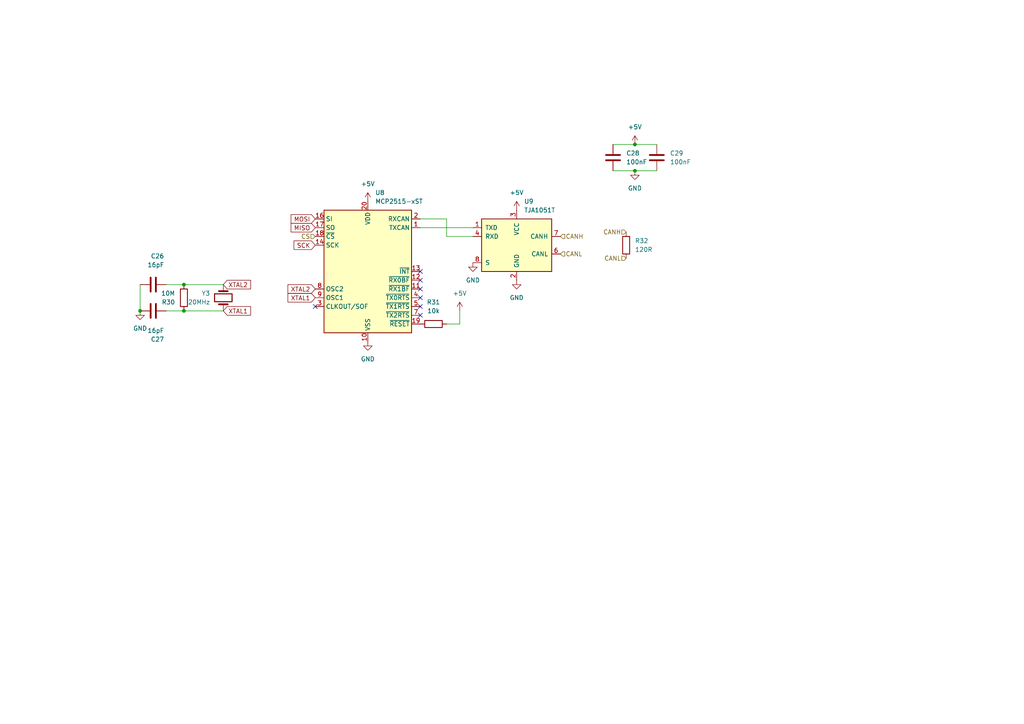
<source format=kicad_sch>
(kicad_sch (version 20250114) (generator "eeschema") (generator_version "9.0")
  (paper "A4")
  (lib_symbols
    (symbol "Device:C" (pin_numbers (hide yes)) (pin_names (offset 0.254))
      (property "Reference" "C" (at 0.635 2.54 0))
      (property "Value" "C" (at 0.635 -2.54 0))
      (symbol "C_0_1"
        (polyline (pts (xy -2.032 0.762) (xy 2.032 0.762)) (stroke (width 0.508)))
        (polyline (pts (xy -2.032 -0.762) (xy 2.032 -0.762)) (stroke (width 0.508)))
      )
      (symbol "C_1_1"
        (pin passive line (at 0 3.81 270) (length 2.794) (name "~") (number "1"))
        (pin passive line (at 0 -3.81 90) (length 2.794) (name "~") (number "2"))
      )
    )
    (symbol "Device:Crystal" (pin_numbers (hide yes)) (pin_names (offset 1.016) (hide yes))
      (property "Reference" "Y" (at 0 3.81 0))
      (property "Value" "Crystal" (at 0 -3.81 0))
      (symbol "Crystal_0_1"
        (polyline (pts (xy -2.54 0) (xy -1.905 0)))
        (polyline (pts (xy -1.905 -1.27) (xy -1.905 1.27)) (stroke (width 0.508)))
        (rectangle (start -1.143 2.54) (end 1.143 -2.54) (stroke (width 0.3048)))
        (polyline (pts (xy 1.905 -1.27) (xy 1.905 1.27)) (stroke (width 0.508)))
        (polyline (pts (xy 2.54 0) (xy 1.905 0)))
      )
      (symbol "Crystal_1_1"
        (pin passive line (at -3.81 0 0) (length 1.27) (name "1") (number "1"))
        (pin passive line (at 3.81 0 180) (length 1.27) (name "2") (number "2"))
      )
    )
    (symbol "Device:R" (pin_numbers (hide yes)) (pin_names (offset 0))
      (property "Reference" "R" (at 2.032 0 90))
      (property "Value" "R" (at 0 0 90))
      (symbol "R_0_1"
        (rectangle (start -1.016 -2.54) (end 1.016 2.54) (stroke (width 0.254)))
      )
      (symbol "R_1_1"
        (pin passive line (at 0 3.81 270) (length 1.27) (name "~") (number "1"))
        (pin passive line (at 0 -3.81 90) (length 1.27) (name "~") (number "2"))
      )
    )
    (symbol "Interface_CAN_LIN:MCP2515-xST"
      (property "Reference" "U" (at -10.16 19.685 0))
      (property "Value" "MCP2515-xST" (at 19.05 20.32 0))
      (symbol "MCP2515-xST_0_1"
        (rectangle (start -12.7 17.78) (end 12.7 -17.78) (stroke (width 0.254)) (fill (type background)))
      )
      (symbol "MCP2515-xST_1_1"
        (pin input line (at -15.24 15.24 0) (length 2.54) (name "SI") (number "16"))
        (pin output line (at -15.24 12.7 0) (length 2.54) (name "SO") (number "17"))
        (pin input line (at -15.24 10.16 0) (length 2.54) (name "~{CS}") (number "18"))
        (pin input line (at -15.24 7.62 0) (length 2.54) (name "SCK") (number "14"))
        (pin output line (at -15.24 -5.08 0) (length 2.54) (name "OSC2") (number "8"))
        (pin input line (at -15.24 -7.62 0) (length 2.54) (name "OSC1") (number "9"))
        (pin output line (at -15.24 -10.16 0) (length 2.54) (name "CLKOUT/SOF") (number "3"))
        (pin no_connect line (at -12.7 0 0) (length 2.54) (hide yes) (name "NC") (number "6"))
        (pin no_connect line (at -12.7 -2.54 0) (length 2.54) (hide yes) (name "NC") (number "15"))
        (pin power_in line (at 0 20.32 270) (length 2.54) (name "VDD") (number "20"))
        (pin power_in line (at 0 -20.32 90) (length 2.54) (name "VSS") (number "10"))
        (pin input line (at 15.24 15.24 180) (length 2.54) (name "RXCAN") (number "2"))
        (pin output line (at 15.24 12.7 180) (length 2.54) (name "TXCAN") (number "1"))
        (pin output line (at 15.24 0 180) (length 2.54) (name "~{INT}") (number "13"))
        (pin output line (at 15.24 -2.54 180) (length 2.54) (name "~{RX0BF}") (number "12"))
        (pin output line (at 15.24 -5.08 180) (length 2.54) (name "~{RX1BF}") (number "11"))
        (pin input line (at 15.24 -7.62 180) (length 2.54) (name "~{TX0RTS}") (number "4"))
        (pin input line (at 15.24 -10.16 180) (length 2.54) (name "~{TX1RTS}") (number "5"))
        (pin input line (at 15.24 -12.7 180) (length 2.54) (name "~{TX2RTS}") (number "7"))
        (pin input line (at 15.24 -15.24 180) (length 2.54) (name "~{RESET}") (number "19"))
      )
    )
    (symbol "Interface_CAN_LIN:TJA1051T" (pin_names (offset 1.016))
      (property "Reference" "U" (at -10.16 8.89 0))
      (property "Value" "TJA1051T" (at 1.27 8.89 0))
      (symbol "TJA1051T_0_1"
        (rectangle (start -10.16 7.62) (end 10.16 -7.62) (stroke (width 0.254)) (fill (type background)))
      )
      (symbol "TJA1051T_1_1"
        (pin input line (at -12.7 5.08 0) (length 2.54) (name "TXD") (number "1"))
        (pin output line (at -12.7 2.54 0) (length 2.54) (name "RXD") (number "4"))
        (pin input line (at -12.7 -5.08 0) (length 2.54) (name "S") (number "8"))
        (pin no_connect line (at -10.16 -2.54 0) (length 2.54) (hide yes) (name "NC") (number "5"))
        (pin power_in line (at 0 10.16 270) (length 2.54) (name "VCC") (number "3"))
        (pin power_in line (at 0 -10.16 90) (length 2.54) (name "GND") (number "2"))
        (pin bidirectional line (at 12.7 2.54 180) (length 2.54) (name "CANH") (number "7"))
        (pin bidirectional line (at 12.7 -2.54 180) (length 2.54) (name "CANL") (number "6"))
      )
    )
    (symbol "power:+5V" (power) (pin_numbers (hide yes)) (pin_names (offset 0) (hide yes))
      (property "Value" "+5V" (at 0 3.556 0))
      (symbol "+5V_0_1"
        (polyline (pts (xy -0.762 1.27) (xy 0 2.54)))
        (polyline (pts (xy 0 2.54) (xy 0.762 1.27)))
        (polyline (pts (xy 0 0) (xy 0 2.54)))
      )
      (symbol "+5V_1_1"
        (pin power_in line (at 0 0 90) (length 0) (name "~") (number "1"))
      )
    )
    (symbol "power:GND" (power) (pin_numbers (hide yes)) (pin_names (offset 0) (hide yes))
      (property "Value" "GND" (at 0 -3.81 0))
      (symbol "GND_0_1"
        (polyline (pts (xy 0 0) (xy 0 -1.27) (xy 1.27 -1.27) (xy 0 -2.54) (xy -1.27 -1.27) (xy 0 -1.27)))
      )
      (symbol "GND_1_1"
        (pin power_in line (at 0 0 270) (length 0) (name "~") (number "1"))
      )
    )
  )
  (junction (at 53.34 90.17))
  (junction (at 184.15 41.91))
  (junction (at 40.64 90.17))
  (junction (at 53.34 82.55))
  (junction (at 184.15 49.53))
  (no_connect (at 121.92 86.36))
  (no_connect (at 91.44 88.9))
  (no_connect (at 121.92 91.44))
  (no_connect (at 121.92 81.28))
  (no_connect (at 121.92 88.9))
  (no_connect (at 121.92 78.74))
  (no_connect (at 121.92 83.82))
  (wire (pts (xy 184.15 41.91) (xy 190.5 41.91)))
  (wire (pts (xy 133.35 93.98) (xy 129.54 93.98)))
  (wire (pts (xy 190.5 49.53) (xy 184.15 49.53)))
  (wire (pts (xy 64.77 82.55) (xy 53.34 82.55)))
  (wire (pts (xy 133.35 90.17) (xy 133.35 93.98)))
  (wire (pts (xy 64.77 90.17) (xy 53.34 90.17)))
  (wire (pts (xy 129.54 63.5) (xy 129.54 68.58)))
  (wire (pts (xy 137.16 66.04) (xy 121.92 66.04)))
  (wire (pts (xy 40.64 82.55) (xy 40.64 90.17)))
  (wire (pts (xy 121.92 63.5) (xy 129.54 63.5)))
  (wire (pts (xy 184.15 49.53) (xy 177.8 49.53)))
  (wire (pts (xy 48.26 82.55) (xy 53.34 82.55)))
  (wire (pts (xy 177.8 41.91) (xy 184.15 41.91)))
  (wire (pts (xy 48.26 90.17) (xy 53.34 90.17)))
  (wire (pts (xy 129.54 68.58) (xy 137.16 68.58)))
  (global_label "MISO" (shape input) (at 91.44 66.04 180) (property "Intersheetrefs" "${INTERSHEET_REFS}" (effects (hide yes))))
  (global_label "SCK" (shape input) (at 91.44 71.12 180) (property "Intersheetrefs" "${INTERSHEET_REFS}" (effects (hide yes))))
  (global_label "XTAL2" (shape input) (at 91.44 83.82 180) (property "Intersheetrefs" "${INTERSHEET_REFS}" (effects (hide yes))))
  (global_label "XTAL1" (shape input) (at 64.77 90.17 0) (property "Intersheetrefs" "${INTERSHEET_REFS}" (effects (hide yes))))
  (global_label "MOSI" (shape input) (at 91.44 63.5 180) (property "Intersheetrefs" "${INTERSHEET_REFS}" (effects (hide yes))))
  (global_label "XTAL2" (shape input) (at 64.77 82.55 0) (property "Intersheetrefs" "${INTERSHEET_REFS}" (effects (hide yes))))
  (global_label "XTAL1" (shape input) (at 91.44 86.36 180) (property "Intersheetrefs" "${INTERSHEET_REFS}" (effects (hide yes))))
  (hierarchical_label "CANL" (shape input) (at 181.61 74.93 180))
  (hierarchical_label "CANH" (shape input) (at 162.56 68.58 0))
  (hierarchical_label "CANL" (shape input) (at 162.56 73.66 0))
  (hierarchical_label "CS" (shape input) (at 91.44 68.58 180))
  (hierarchical_label "CANH" (shape input) (at 181.61 67.31 180))
  (symbol (lib_id "power:+5V") (at 106.68 58.42 0) (unit 1)
    (property "Reference" "#PWR045" (effects (hide yes)))
    (property "Value" "+5V" (at 106.68 53.34 0))
    (property "Description" "Power symbol creates a global label with name \"+5V\"" (effects (hide yes)))
    (instances (project "VCU V3.2" (path "" (reference "#PWR065") (unit 1)) (path "" (reference "#PWR045") (unit 1))))
  )
  (symbol (lib_id "Device:Crystal") (at 64.77 86.36 270) (unit 1)
    (property "Reference" "Y2" (at 60.96 85.0899 90) (effects (justify right)))
    (property "Value" "20MHz" (at 60.96 87.6299 90) (effects (justify right)))
    (property "Footprint" "RMC_Crystal:Crystal_HC49-U_Vertical_W_SMD_Handolder" (effects (hide yes)))
    (property "Description" "Two pin crystal" (effects (hide yes)))
    (instances (project "VCU V3.2" (path "" (reference "Y3") (unit 1)) (path "" (reference "Y2") (unit 1))))
  )
  (symbol (lib_id "power:GND") (at 184.15 49.53 0) (unit 1)
    (property "Reference" "#PWR052" (effects (hide yes)))
    (property "Value" "GND" (at 184.15 54.61 0))
    (property "Description" "Power symbol creates a global label with name \"GND\" , ground" (effects (hide yes)))
    (instances (project "VCU V3.2" (path "" (reference "#PWR072") (unit 1)) (path "" (reference "#PWR052") (unit 1))))
  )
  (symbol (lib_id "power:GND") (at 40.64 90.17 0) (unit 1)
    (property "Reference" "#PWR044" (effects (hide yes)))
    (property "Value" "GND" (at 40.64 95.25 0))
    (property "Description" "Power symbol creates a global label with name \"GND\" , ground" (effects (hide yes)))
    (instances (project "VCU V3.2" (path "" (reference "#PWR064") (unit 1)) (path "" (reference "#PWR044") (unit 1))))
  )
  (symbol (lib_id "power:GND") (at 106.68 99.06 0) (unit 1)
    (property "Reference" "#PWR046" (effects (hide yes)))
    (property "Value" "GND" (at 106.68 104.14 0))
    (property "Description" "Power symbol creates a global label with name \"GND\" , ground" (effects (hide yes)))
    (instances (project "VCU V3.2" (path "" (reference "#PWR066") (unit 1)) (path "" (reference "#PWR046") (unit 1))))
  )
  (symbol (lib_id "Device:R") (at 125.73 93.98 90) (unit 1)
    (property "Reference" "R22" (at 125.73 87.63 90))
    (property "Value" "10k" (at 125.73 90.17 90))
    (property "Footprint" "RMC_Resistor:R_0805_2012Metric_Pad1.20x1.40mm_HandSolder_L" (effects (hide yes)))
    (property "Description" "Resistor" (effects (hide yes)))
    (instances (project "VCU V3.2" (path "" (reference "R31") (unit 1)) (path "" (reference "R22") (unit 1))))
  )
  (symbol (lib_id "Device:C") (at 44.45 82.55 270) (mirror x) (unit 1)
    (property "Reference" "C16" (at 47.625 74.2949 90) (effects (justify right)))
    (property "Value" "16pF" (at 47.625 76.8349 90) (effects (justify right)))
    (property "Footprint" "RMC_Capacitor:C_0805_2012Metric_Pad1.18x1.45mm_HandSolder_L" (effects (hide yes)))
    (property "Description" "Unpolarized capacitor" (effects (hide yes)))
    (instances (project "VCU V3.2" (path "" (reference "C26") (unit 1)) (path "" (reference "C16") (unit 1))))
  )
  (symbol (lib_id "power:GND") (at 137.16 76.2 0) (unit 1)
    (property "Reference" "#PWR048" (effects (hide yes)))
    (property "Value" "GND" (at 137.16 81.28 0))
    (property "Description" "Power symbol creates a global label with name \"GND\" , ground" (effects (hide yes)))
    (instances (project "VCU V3.2" (path "" (reference "#PWR068") (unit 1)) (path "" (reference "#PWR048") (unit 1))))
  )
  (symbol (lib_id "Interface_CAN_LIN:TJA1051T") (at 149.86 71.12 0) (unit 1)
    (property "Reference" "U5" (at 152.0033 58.42 0) (effects (justify left)))
    (property "Value" "TJA1051T" (at 152.0033 60.96 0) (effects (justify left)))
    (property "Footprint" "RMC_SO:SOIC-8_3.9x4.9mm_P1.27mm_RMC_Handsolder" (effects (hide yes)))
    (property "Datasheet" "http://www.nxp.com/docs/en/data-sheet/TJA1051.pdf" (effects (hide yes)))
    (property "Description" "High-Speed CAN Transceiver, silent mode, SOIC-8" (effects (hide yes)))
    (instances (project "VCU V3.2" (path "" (reference "U9") (unit 1)) (path "" (reference "U5") (unit 1))))
  )
  (symbol (lib_id "power:GND") (at 149.86 81.28 0) (unit 1)
    (property "Reference" "#PWR050" (effects (hide yes)))
    (property "Value" "GND" (at 149.86 86.36 0))
    (property "Description" "Power symbol creates a global label with name \"GND\" , ground" (effects (hide yes)))
    (instances (project "VCU V3.2" (path "" (reference "#PWR070") (unit 1)) (path "" (reference "#PWR050") (unit 1))))
  )
  (symbol (lib_id "Device:R") (at 53.34 86.36 180) (unit 1)
    (property "Reference" "R21" (at 50.8 87.6301 0) (effects (justify left)))
    (property "Value" "10M" (at 50.8 85.0901 0) (effects (justify left)))
    (property "Footprint" "RMC_Resistor:R_0805_2012Metric_Pad1.20x1.40mm_HandSolder_L" (effects (hide yes)))
    (property "Description" "Resistor" (effects (hide yes)))
    (instances (project "VCU V3.2" (path "" (reference "R30") (unit 1)) (path "" (reference "R21") (unit 1))))
  )
  (symbol (lib_id "power:+5V") (at 133.35 90.17 0) (unit 1)
    (property "Reference" "#PWR047" (effects (hide yes)))
    (property "Value" "+5V" (at 133.35 85.09 0))
    (property "Description" "Power symbol creates a global label with name \"+5V\"" (effects (hide yes)))
    (instances (project "VCU V3.2" (path "" (reference "#PWR067") (unit 1)) (path "" (reference "#PWR047") (unit 1))))
  )
  (symbol (lib_id "Device:C") (at 177.8 45.72 180) (unit 1)
    (property "Reference" "C18" (at 181.61 44.4499 0) (effects (justify right)))
    (property "Value" "100nF" (at 181.61 46.9899 0) (effects (justify right)))
    (property "Footprint" "RMC_Capacitor:C_0805_2012Metric_Pad1.18x1.45mm_HandSolder_L" (effects (hide yes)))
    (property "Description" "Unpolarized capacitor" (effects (hide yes)))
    (instances (project "VCU V3.2" (path "" (reference "C28") (unit 1)) (path "" (reference "C18") (unit 1))))
  )
  (symbol (lib_id "Device:R") (at 181.61 71.12 180) (unit 1)
    (property "Reference" "R23" (at 184.15 69.8499 0) (effects (justify right)))
    (property "Value" "120R" (at 184.15 72.3899 0) (effects (justify right)))
    (property "Footprint" "RMC_Resistor:R_0805_2012Metric_Pad1.20x1.40mm_HandSolder_L" (effects (hide yes)))
    (property "Description" "Resistor" (effects (hide yes)))
    (instances (project "VCU V3.2" (path "" (reference "R32") (unit 1)) (path "" (reference "R23") (unit 1))))
  )
  (symbol (lib_id "Interface_CAN_LIN:MCP2515-xST") (at 106.68 78.74 0) (unit 1)
    (property "Reference" "U4" (at 108.8233 55.88 0) (effects (justify left)))
    (property "Value" "MCP2515-xST" (at 108.8233 58.42 0) (effects (justify left)))
    (property "Footprint" "RMC_SO:TSSOP-20_4.4x6.5mm_P0.65mm" (effects (hide yes)))
    (property "Datasheet" "http://ww1.microchip.com/downloads/en/DeviceDoc/21801e.pdf" (effects (hide yes)))
    (property "Description" "Stand-Alone CAN Controller with SPI Interface, TSSOP-20" (effects (hide yes)))
    (instances (project "VCU V3.2" (path "" (reference "U8") (unit 1)) (path "" (reference "U4") (unit 1))))
  )
  (symbol (lib_id "power:+5V") (at 184.15 41.91 0) (unit 1)
    (property "Reference" "#PWR051" (effects (hide yes)))
    (property "Value" "+5V" (at 184.15 36.83 0))
    (property "Description" "Power symbol creates a global label with name \"+5V\"" (effects (hide yes)))
    (instances (project "VCU V3.2" (path "" (reference "#PWR071") (unit 1)) (path "" (reference "#PWR051") (unit 1))))
  )
  (symbol (lib_id "Device:C") (at 190.5 45.72 180) (unit 1)
    (property "Reference" "C19" (at 194.31 44.4499 0) (effects (justify right)))
    (property "Value" "100nF" (at 194.31 46.9899 0) (effects (justify right)))
    (property "Footprint" "RMC_Capacitor:C_0805_2012Metric_Pad1.18x1.45mm_HandSolder_L" (effects (hide yes)))
    (property "Description" "Unpolarized capacitor" (effects (hide yes)))
    (instances (project "VCU V3.2" (path "" (reference "C29") (unit 1)) (path "" (reference "C19") (unit 1))))
  )
  (symbol (lib_id "Device:C") (at 44.45 90.17 270) (unit 1)
    (property "Reference" "C17" (at 47.625 98.4251 90) (effects (justify right)))
    (property "Value" "16pF" (at 47.625 95.8851 90) (effects (justify right)))
    (property "Footprint" "RMC_Capacitor:C_0805_2012Metric_Pad1.18x1.45mm_HandSolder_L" (effects (hide yes)))
    (property "Description" "Unpolarized capacitor" (effects (hide yes)))
    (instances (project "VCU V3.2" (path "" (reference "C27") (unit 1)) (path "" (reference "C17") (unit 1))))
  )
  (symbol (lib_id "power:+5V") (at 149.86 60.96 0) (unit 1)
    (property "Reference" "#PWR049" (effects (hide yes)))
    (property "Value" "+5V" (at 149.86 55.88 0))
    (property "Description" "Power symbol creates a global label with name \"+5V\"" (effects (hide yes)))
    (instances (project "VCU V3.2" (path "" (reference "#PWR069") (unit 1)) (path "" (reference "#PWR049") (unit 1))))
  )
)
</source>
